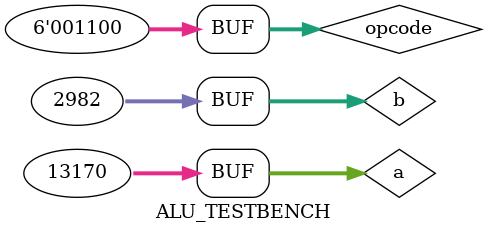
<source format=v>
`timescale 1 ns / 1 ps

module ALU_TESTBENCH ();
	reg [5:0] opcode;
	reg signed [31:0] a, b;
	wire [31:0] result;	
	alu ALU(opcode, a, b, result);
	 //	instruction[0] = {11'h0, 5'h0, 5'h0, 5'h0, 6'h0}; //Do nothing instruction	
	//	instruction[1] = {11'h0, 5'h1, 5'h2, 5'h1, 6'h5}; // 32'h1208 + 32'h2D78 = 32'h3F80 save it in R1
	//	instruction[2] = {11'h0, 5'h2, 5'h3, 5'h2, 6'h8}; // 32'h2D78 - 32'h2BF6 = 32'h0182 save it in R2
	//	instruction[3] = {11'h0, 5'h3, 5'h4, 5'h3, 6'hD}; // |32'h2BF6	|  = 32'h2BF6 save it in R3
	//	instruction[4] = {11'h0, 5'h4, 5'h5, 5'h4, 6'h7}; // - 32'h1A82 = -32'hFFFFE57E save it in R4
	//	instruction[5] = {11'h0, 5'h5, 5'h6, 5'h5, 6'h3}; // max(32'h1A80,32'h3090) = 32'h3090 save it in R5
	//	instruction[6] = {11'h0, 5'h6, 5'h7, 5'h6, 6'h6}; // min(32'h3090,32'h34EC) = 32'h3090 save it in R6
	//	instruction[7] = {11'h0, 5'h7, 5'h8, 5'h7, 6'hA}; // avg(32'h34EC,32'h3496) = 32'h34C1 save it in R7
	//	instruction[8] = {11'h0, 5'h8, 5'h8, 5'h8, 6'h2}; // ~32'h3496 = 32'hFFFFCB69 save it in R8
	//	instruction[9] = {11'h0, 5'h9, 5'hA, 5'h9, 6'hF};// a|b = 32'h348E | 32'h2E04	= 32'h3E8E save it in R9
	//	instruction[10] = {11'h0, 5'hA, 5'hB, 5'hA, 6'h4};// a&b = 32'h2E04 & 32'h3372 = 32'h2200 save it in R10
	//	instruction[11] = {11'h0, 5'hB, 5'hC, 5'hB, 6'hC};// a^b = 32'h3372 ^ 32'hBA6 = 32'h38D4 save it in R11
	
	initial
		begin 

	$monitor("Time = %0d a = %5h b = %5h result = %5h Opcode = %5h",$time, a, b, result, opcode);
	opcode = 6'h0;	 //xxxxxx
	a = 0;
	b = 0;
	#10ns
	opcode = 6'h5;	//32'h3f80
	a = 32'h1208;
	b =  32'h2D78;
	#10ns
	opcode = 6'h8;	 //32'h182
	a = 32'h2D78;
	b =   32'h2BF6;

	#10ns
	opcode = 6'hD;	//32'h2BF6
	a = 32'h2BF6;
	b =  32'h2D78;

	#10ns
	opcode = 6'h7;	//h32'hffffe57e
	a = 32'h1A82;
	b =  32'h2D78;

	#10ns
	opcode = 6'h3;	  // max(32'h1A80,32'h3090) = 32'h3090 
	a = 32'h1A80;
	b =  32'h3090;	   

	#10ns
	opcode =6'h6;	 // min(32'h3090,32'h34EC) = 32'h3090
	a = 32'h3090;
	b =  32'h34EC;

	#10ns
	opcode = 6'hA;	 // avg(32'h34EC,32'h3496) = 32'h34A9
	a = 32'h34EC;
	b =  32'h3496;
	
	#10ns
	opcode = 6'h2;	// ~32'h3496 = 32'hffffCB69
	a = 32'h3496;
	b =   32'h2BF6;

	#10ns
	opcode = 6'hF;	 // a|b = 32'h348E | 32'h2E04	= 32'h3E8E
	a = 32'h348E;
	b =    32'h2E04;

	#10ns
	opcode = 6'h4;	  // a&b = 32'h2E04 & 32'h3372 = 32'h2200
	a = 32'h2E04;
	b =   32'h3372;

	#10ns
	opcode = 6'hC;	  // a^b = 32'h3372 ^ 32'hBA6 = 32'h38D4
	a = 32'h3372;
	b =   32'hBA6;


			end

endmodule

</source>
